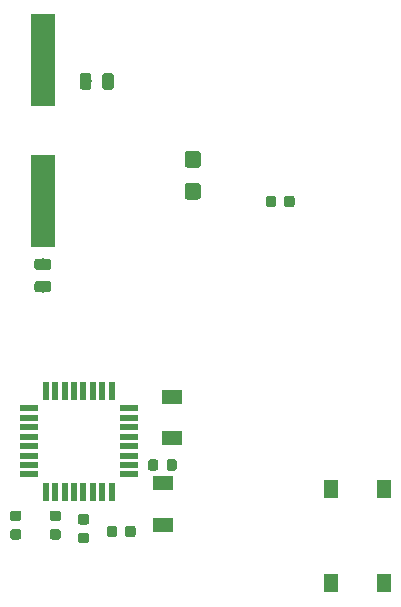
<source format=gbr>
G04 #@! TF.GenerationSoftware,KiCad,Pcbnew,(5.1.0)-1*
G04 #@! TF.CreationDate,2019-05-27T09:53:24+03:00*
G04 #@! TF.ProjectId,USB_RFID,5553425f-5246-4494-942e-6b696361645f,rev?*
G04 #@! TF.SameCoordinates,Original*
G04 #@! TF.FileFunction,Paste,Top*
G04 #@! TF.FilePolarity,Positive*
%FSLAX46Y46*%
G04 Gerber Fmt 4.6, Leading zero omitted, Abs format (unit mm)*
G04 Created by KiCad (PCBNEW (5.1.0)-1) date 2019-05-27 09:53:24*
%MOMM*%
%LPD*%
G04 APERTURE LIST*
%ADD10C,0.100000*%
%ADD11C,1.350000*%
%ADD12C,0.975000*%
%ADD13R,1.700000X1.300000*%
%ADD14C,0.875000*%
%ADD15R,1.600000X0.550000*%
%ADD16R,0.550000X1.600000*%
%ADD17R,2.000000X7.875000*%
%ADD18R,1.300000X1.550000*%
G04 APERTURE END LIST*
D10*
G36*
X31183505Y-54579204D02*
G01*
X31207773Y-54582804D01*
X31231572Y-54588765D01*
X31254671Y-54597030D01*
X31276850Y-54607520D01*
X31297893Y-54620132D01*
X31317599Y-54634747D01*
X31335777Y-54651223D01*
X31352253Y-54669401D01*
X31366868Y-54689107D01*
X31379480Y-54710150D01*
X31389970Y-54732329D01*
X31398235Y-54755428D01*
X31404196Y-54779227D01*
X31407796Y-54803495D01*
X31409000Y-54827999D01*
X31409000Y-55728001D01*
X31407796Y-55752505D01*
X31404196Y-55776773D01*
X31398235Y-55800572D01*
X31389970Y-55823671D01*
X31379480Y-55845850D01*
X31366868Y-55866893D01*
X31352253Y-55886599D01*
X31335777Y-55904777D01*
X31317599Y-55921253D01*
X31297893Y-55935868D01*
X31276850Y-55948480D01*
X31254671Y-55958970D01*
X31231572Y-55967235D01*
X31207773Y-55973196D01*
X31183505Y-55976796D01*
X31159001Y-55978000D01*
X30308999Y-55978000D01*
X30284495Y-55976796D01*
X30260227Y-55973196D01*
X30236428Y-55967235D01*
X30213329Y-55958970D01*
X30191150Y-55948480D01*
X30170107Y-55935868D01*
X30150401Y-55921253D01*
X30132223Y-55904777D01*
X30115747Y-55886599D01*
X30101132Y-55866893D01*
X30088520Y-55845850D01*
X30078030Y-55823671D01*
X30069765Y-55800572D01*
X30063804Y-55776773D01*
X30060204Y-55752505D01*
X30059000Y-55728001D01*
X30059000Y-54827999D01*
X30060204Y-54803495D01*
X30063804Y-54779227D01*
X30069765Y-54755428D01*
X30078030Y-54732329D01*
X30088520Y-54710150D01*
X30101132Y-54689107D01*
X30115747Y-54669401D01*
X30132223Y-54651223D01*
X30150401Y-54634747D01*
X30170107Y-54620132D01*
X30191150Y-54607520D01*
X30213329Y-54597030D01*
X30236428Y-54588765D01*
X30260227Y-54582804D01*
X30284495Y-54579204D01*
X30308999Y-54578000D01*
X31159001Y-54578000D01*
X31183505Y-54579204D01*
X31183505Y-54579204D01*
G37*
D11*
X30734000Y-55278000D03*
D10*
G36*
X31183505Y-51879204D02*
G01*
X31207773Y-51882804D01*
X31231572Y-51888765D01*
X31254671Y-51897030D01*
X31276850Y-51907520D01*
X31297893Y-51920132D01*
X31317599Y-51934747D01*
X31335777Y-51951223D01*
X31352253Y-51969401D01*
X31366868Y-51989107D01*
X31379480Y-52010150D01*
X31389970Y-52032329D01*
X31398235Y-52055428D01*
X31404196Y-52079227D01*
X31407796Y-52103495D01*
X31409000Y-52127999D01*
X31409000Y-53028001D01*
X31407796Y-53052505D01*
X31404196Y-53076773D01*
X31398235Y-53100572D01*
X31389970Y-53123671D01*
X31379480Y-53145850D01*
X31366868Y-53166893D01*
X31352253Y-53186599D01*
X31335777Y-53204777D01*
X31317599Y-53221253D01*
X31297893Y-53235868D01*
X31276850Y-53248480D01*
X31254671Y-53258970D01*
X31231572Y-53267235D01*
X31207773Y-53273196D01*
X31183505Y-53276796D01*
X31159001Y-53278000D01*
X30308999Y-53278000D01*
X30284495Y-53276796D01*
X30260227Y-53273196D01*
X30236428Y-53267235D01*
X30213329Y-53258970D01*
X30191150Y-53248480D01*
X30170107Y-53235868D01*
X30150401Y-53221253D01*
X30132223Y-53204777D01*
X30115747Y-53186599D01*
X30101132Y-53166893D01*
X30088520Y-53145850D01*
X30078030Y-53123671D01*
X30069765Y-53100572D01*
X30063804Y-53076773D01*
X30060204Y-53052505D01*
X30059000Y-53028001D01*
X30059000Y-52127999D01*
X30060204Y-52103495D01*
X30063804Y-52079227D01*
X30069765Y-52055428D01*
X30078030Y-52032329D01*
X30088520Y-52010150D01*
X30101132Y-51989107D01*
X30115747Y-51969401D01*
X30132223Y-51951223D01*
X30150401Y-51934747D01*
X30170107Y-51920132D01*
X30191150Y-51907520D01*
X30213329Y-51897030D01*
X30236428Y-51888765D01*
X30260227Y-51882804D01*
X30284495Y-51879204D01*
X30308999Y-51878000D01*
X31159001Y-51878000D01*
X31183505Y-51879204D01*
X31183505Y-51879204D01*
G37*
D11*
X30734000Y-52578000D03*
D10*
G36*
X18514142Y-60981674D02*
G01*
X18537803Y-60985184D01*
X18561007Y-60990996D01*
X18583529Y-60999054D01*
X18605153Y-61009282D01*
X18625670Y-61021579D01*
X18644883Y-61035829D01*
X18662607Y-61051893D01*
X18678671Y-61069617D01*
X18692921Y-61088830D01*
X18705218Y-61109347D01*
X18715446Y-61130971D01*
X18723504Y-61153493D01*
X18729316Y-61176697D01*
X18732826Y-61200358D01*
X18734000Y-61224250D01*
X18734000Y-61711750D01*
X18732826Y-61735642D01*
X18729316Y-61759303D01*
X18723504Y-61782507D01*
X18715446Y-61805029D01*
X18705218Y-61826653D01*
X18692921Y-61847170D01*
X18678671Y-61866383D01*
X18662607Y-61884107D01*
X18644883Y-61900171D01*
X18625670Y-61914421D01*
X18605153Y-61926718D01*
X18583529Y-61936946D01*
X18561007Y-61945004D01*
X18537803Y-61950816D01*
X18514142Y-61954326D01*
X18490250Y-61955500D01*
X17577750Y-61955500D01*
X17553858Y-61954326D01*
X17530197Y-61950816D01*
X17506993Y-61945004D01*
X17484471Y-61936946D01*
X17462847Y-61926718D01*
X17442330Y-61914421D01*
X17423117Y-61900171D01*
X17405393Y-61884107D01*
X17389329Y-61866383D01*
X17375079Y-61847170D01*
X17362782Y-61826653D01*
X17352554Y-61805029D01*
X17344496Y-61782507D01*
X17338684Y-61759303D01*
X17335174Y-61735642D01*
X17334000Y-61711750D01*
X17334000Y-61224250D01*
X17335174Y-61200358D01*
X17338684Y-61176697D01*
X17344496Y-61153493D01*
X17352554Y-61130971D01*
X17362782Y-61109347D01*
X17375079Y-61088830D01*
X17389329Y-61069617D01*
X17405393Y-61051893D01*
X17423117Y-61035829D01*
X17442330Y-61021579D01*
X17462847Y-61009282D01*
X17484471Y-60999054D01*
X17506993Y-60990996D01*
X17530197Y-60985184D01*
X17553858Y-60981674D01*
X17577750Y-60980500D01*
X18490250Y-60980500D01*
X18514142Y-60981674D01*
X18514142Y-60981674D01*
G37*
D12*
X18034000Y-61468000D03*
D10*
G36*
X18514142Y-62856674D02*
G01*
X18537803Y-62860184D01*
X18561007Y-62865996D01*
X18583529Y-62874054D01*
X18605153Y-62884282D01*
X18625670Y-62896579D01*
X18644883Y-62910829D01*
X18662607Y-62926893D01*
X18678671Y-62944617D01*
X18692921Y-62963830D01*
X18705218Y-62984347D01*
X18715446Y-63005971D01*
X18723504Y-63028493D01*
X18729316Y-63051697D01*
X18732826Y-63075358D01*
X18734000Y-63099250D01*
X18734000Y-63586750D01*
X18732826Y-63610642D01*
X18729316Y-63634303D01*
X18723504Y-63657507D01*
X18715446Y-63680029D01*
X18705218Y-63701653D01*
X18692921Y-63722170D01*
X18678671Y-63741383D01*
X18662607Y-63759107D01*
X18644883Y-63775171D01*
X18625670Y-63789421D01*
X18605153Y-63801718D01*
X18583529Y-63811946D01*
X18561007Y-63820004D01*
X18537803Y-63825816D01*
X18514142Y-63829326D01*
X18490250Y-63830500D01*
X17577750Y-63830500D01*
X17553858Y-63829326D01*
X17530197Y-63825816D01*
X17506993Y-63820004D01*
X17484471Y-63811946D01*
X17462847Y-63801718D01*
X17442330Y-63789421D01*
X17423117Y-63775171D01*
X17405393Y-63759107D01*
X17389329Y-63741383D01*
X17375079Y-63722170D01*
X17362782Y-63701653D01*
X17352554Y-63680029D01*
X17344496Y-63657507D01*
X17338684Y-63634303D01*
X17335174Y-63610642D01*
X17334000Y-63586750D01*
X17334000Y-63099250D01*
X17335174Y-63075358D01*
X17338684Y-63051697D01*
X17344496Y-63028493D01*
X17352554Y-63005971D01*
X17362782Y-62984347D01*
X17375079Y-62963830D01*
X17389329Y-62944617D01*
X17405393Y-62926893D01*
X17423117Y-62910829D01*
X17442330Y-62896579D01*
X17462847Y-62884282D01*
X17484471Y-62874054D01*
X17506993Y-62865996D01*
X17530197Y-62860184D01*
X17553858Y-62856674D01*
X17577750Y-62855500D01*
X18490250Y-62855500D01*
X18514142Y-62856674D01*
X18514142Y-62856674D01*
G37*
D12*
X18034000Y-63343000D03*
D10*
G36*
X21936142Y-45275174D02*
G01*
X21959803Y-45278684D01*
X21983007Y-45284496D01*
X22005529Y-45292554D01*
X22027153Y-45302782D01*
X22047670Y-45315079D01*
X22066883Y-45329329D01*
X22084607Y-45345393D01*
X22100671Y-45363117D01*
X22114921Y-45382330D01*
X22127218Y-45402847D01*
X22137446Y-45424471D01*
X22145504Y-45446993D01*
X22151316Y-45470197D01*
X22154826Y-45493858D01*
X22156000Y-45517750D01*
X22156000Y-46430250D01*
X22154826Y-46454142D01*
X22151316Y-46477803D01*
X22145504Y-46501007D01*
X22137446Y-46523529D01*
X22127218Y-46545153D01*
X22114921Y-46565670D01*
X22100671Y-46584883D01*
X22084607Y-46602607D01*
X22066883Y-46618671D01*
X22047670Y-46632921D01*
X22027153Y-46645218D01*
X22005529Y-46655446D01*
X21983007Y-46663504D01*
X21959803Y-46669316D01*
X21936142Y-46672826D01*
X21912250Y-46674000D01*
X21424750Y-46674000D01*
X21400858Y-46672826D01*
X21377197Y-46669316D01*
X21353993Y-46663504D01*
X21331471Y-46655446D01*
X21309847Y-46645218D01*
X21289330Y-46632921D01*
X21270117Y-46618671D01*
X21252393Y-46602607D01*
X21236329Y-46584883D01*
X21222079Y-46565670D01*
X21209782Y-46545153D01*
X21199554Y-46523529D01*
X21191496Y-46501007D01*
X21185684Y-46477803D01*
X21182174Y-46454142D01*
X21181000Y-46430250D01*
X21181000Y-45517750D01*
X21182174Y-45493858D01*
X21185684Y-45470197D01*
X21191496Y-45446993D01*
X21199554Y-45424471D01*
X21209782Y-45402847D01*
X21222079Y-45382330D01*
X21236329Y-45363117D01*
X21252393Y-45345393D01*
X21270117Y-45329329D01*
X21289330Y-45315079D01*
X21309847Y-45302782D01*
X21331471Y-45292554D01*
X21353993Y-45284496D01*
X21377197Y-45278684D01*
X21400858Y-45275174D01*
X21424750Y-45274000D01*
X21912250Y-45274000D01*
X21936142Y-45275174D01*
X21936142Y-45275174D01*
G37*
D12*
X21668500Y-45974000D03*
D10*
G36*
X23811142Y-45275174D02*
G01*
X23834803Y-45278684D01*
X23858007Y-45284496D01*
X23880529Y-45292554D01*
X23902153Y-45302782D01*
X23922670Y-45315079D01*
X23941883Y-45329329D01*
X23959607Y-45345393D01*
X23975671Y-45363117D01*
X23989921Y-45382330D01*
X24002218Y-45402847D01*
X24012446Y-45424471D01*
X24020504Y-45446993D01*
X24026316Y-45470197D01*
X24029826Y-45493858D01*
X24031000Y-45517750D01*
X24031000Y-46430250D01*
X24029826Y-46454142D01*
X24026316Y-46477803D01*
X24020504Y-46501007D01*
X24012446Y-46523529D01*
X24002218Y-46545153D01*
X23989921Y-46565670D01*
X23975671Y-46584883D01*
X23959607Y-46602607D01*
X23941883Y-46618671D01*
X23922670Y-46632921D01*
X23902153Y-46645218D01*
X23880529Y-46655446D01*
X23858007Y-46663504D01*
X23834803Y-46669316D01*
X23811142Y-46672826D01*
X23787250Y-46674000D01*
X23299750Y-46674000D01*
X23275858Y-46672826D01*
X23252197Y-46669316D01*
X23228993Y-46663504D01*
X23206471Y-46655446D01*
X23184847Y-46645218D01*
X23164330Y-46632921D01*
X23145117Y-46618671D01*
X23127393Y-46602607D01*
X23111329Y-46584883D01*
X23097079Y-46565670D01*
X23084782Y-46545153D01*
X23074554Y-46523529D01*
X23066496Y-46501007D01*
X23060684Y-46477803D01*
X23057174Y-46454142D01*
X23056000Y-46430250D01*
X23056000Y-45517750D01*
X23057174Y-45493858D01*
X23060684Y-45470197D01*
X23066496Y-45446993D01*
X23074554Y-45424471D01*
X23084782Y-45402847D01*
X23097079Y-45382330D01*
X23111329Y-45363117D01*
X23127393Y-45345393D01*
X23145117Y-45329329D01*
X23164330Y-45315079D01*
X23184847Y-45302782D01*
X23206471Y-45292554D01*
X23228993Y-45284496D01*
X23252197Y-45278684D01*
X23275858Y-45275174D01*
X23299750Y-45274000D01*
X23787250Y-45274000D01*
X23811142Y-45275174D01*
X23811142Y-45275174D01*
G37*
D12*
X23543500Y-45974000D03*
D13*
X28956000Y-76172000D03*
X28956000Y-72672000D03*
X28194000Y-80010000D03*
X28194000Y-83510000D03*
D10*
G36*
X21759691Y-84196553D02*
G01*
X21780926Y-84199703D01*
X21801750Y-84204919D01*
X21821962Y-84212151D01*
X21841368Y-84221330D01*
X21859781Y-84232366D01*
X21877024Y-84245154D01*
X21892930Y-84259570D01*
X21907346Y-84275476D01*
X21920134Y-84292719D01*
X21931170Y-84311132D01*
X21940349Y-84330538D01*
X21947581Y-84350750D01*
X21952797Y-84371574D01*
X21955947Y-84392809D01*
X21957000Y-84414250D01*
X21957000Y-84851750D01*
X21955947Y-84873191D01*
X21952797Y-84894426D01*
X21947581Y-84915250D01*
X21940349Y-84935462D01*
X21931170Y-84954868D01*
X21920134Y-84973281D01*
X21907346Y-84990524D01*
X21892930Y-85006430D01*
X21877024Y-85020846D01*
X21859781Y-85033634D01*
X21841368Y-85044670D01*
X21821962Y-85053849D01*
X21801750Y-85061081D01*
X21780926Y-85066297D01*
X21759691Y-85069447D01*
X21738250Y-85070500D01*
X21225750Y-85070500D01*
X21204309Y-85069447D01*
X21183074Y-85066297D01*
X21162250Y-85061081D01*
X21142038Y-85053849D01*
X21122632Y-85044670D01*
X21104219Y-85033634D01*
X21086976Y-85020846D01*
X21071070Y-85006430D01*
X21056654Y-84990524D01*
X21043866Y-84973281D01*
X21032830Y-84954868D01*
X21023651Y-84935462D01*
X21016419Y-84915250D01*
X21011203Y-84894426D01*
X21008053Y-84873191D01*
X21007000Y-84851750D01*
X21007000Y-84414250D01*
X21008053Y-84392809D01*
X21011203Y-84371574D01*
X21016419Y-84350750D01*
X21023651Y-84330538D01*
X21032830Y-84311132D01*
X21043866Y-84292719D01*
X21056654Y-84275476D01*
X21071070Y-84259570D01*
X21086976Y-84245154D01*
X21104219Y-84232366D01*
X21122632Y-84221330D01*
X21142038Y-84212151D01*
X21162250Y-84204919D01*
X21183074Y-84199703D01*
X21204309Y-84196553D01*
X21225750Y-84195500D01*
X21738250Y-84195500D01*
X21759691Y-84196553D01*
X21759691Y-84196553D01*
G37*
D14*
X21482000Y-84633000D03*
D10*
G36*
X21759691Y-82621553D02*
G01*
X21780926Y-82624703D01*
X21801750Y-82629919D01*
X21821962Y-82637151D01*
X21841368Y-82646330D01*
X21859781Y-82657366D01*
X21877024Y-82670154D01*
X21892930Y-82684570D01*
X21907346Y-82700476D01*
X21920134Y-82717719D01*
X21931170Y-82736132D01*
X21940349Y-82755538D01*
X21947581Y-82775750D01*
X21952797Y-82796574D01*
X21955947Y-82817809D01*
X21957000Y-82839250D01*
X21957000Y-83276750D01*
X21955947Y-83298191D01*
X21952797Y-83319426D01*
X21947581Y-83340250D01*
X21940349Y-83360462D01*
X21931170Y-83379868D01*
X21920134Y-83398281D01*
X21907346Y-83415524D01*
X21892930Y-83431430D01*
X21877024Y-83445846D01*
X21859781Y-83458634D01*
X21841368Y-83469670D01*
X21821962Y-83478849D01*
X21801750Y-83486081D01*
X21780926Y-83491297D01*
X21759691Y-83494447D01*
X21738250Y-83495500D01*
X21225750Y-83495500D01*
X21204309Y-83494447D01*
X21183074Y-83491297D01*
X21162250Y-83486081D01*
X21142038Y-83478849D01*
X21122632Y-83469670D01*
X21104219Y-83458634D01*
X21086976Y-83445846D01*
X21071070Y-83431430D01*
X21056654Y-83415524D01*
X21043866Y-83398281D01*
X21032830Y-83379868D01*
X21023651Y-83360462D01*
X21016419Y-83340250D01*
X21011203Y-83319426D01*
X21008053Y-83298191D01*
X21007000Y-83276750D01*
X21007000Y-82839250D01*
X21008053Y-82817809D01*
X21011203Y-82796574D01*
X21016419Y-82775750D01*
X21023651Y-82755538D01*
X21032830Y-82736132D01*
X21043866Y-82717719D01*
X21056654Y-82700476D01*
X21071070Y-82684570D01*
X21086976Y-82670154D01*
X21104219Y-82657366D01*
X21122632Y-82646330D01*
X21142038Y-82637151D01*
X21162250Y-82629919D01*
X21183074Y-82624703D01*
X21204309Y-82621553D01*
X21225750Y-82620500D01*
X21738250Y-82620500D01*
X21759691Y-82621553D01*
X21759691Y-82621553D01*
G37*
D14*
X21482000Y-83058000D03*
D10*
G36*
X25691193Y-83600053D02*
G01*
X25712428Y-83603203D01*
X25733252Y-83608419D01*
X25753464Y-83615651D01*
X25772870Y-83624830D01*
X25791283Y-83635866D01*
X25808526Y-83648654D01*
X25824432Y-83663070D01*
X25838848Y-83678976D01*
X25851636Y-83696219D01*
X25862672Y-83714632D01*
X25871851Y-83734038D01*
X25879083Y-83754250D01*
X25884299Y-83775074D01*
X25887449Y-83796309D01*
X25888502Y-83817750D01*
X25888502Y-84330250D01*
X25887449Y-84351691D01*
X25884299Y-84372926D01*
X25879083Y-84393750D01*
X25871851Y-84413962D01*
X25862672Y-84433368D01*
X25851636Y-84451781D01*
X25838848Y-84469024D01*
X25824432Y-84484930D01*
X25808526Y-84499346D01*
X25791283Y-84512134D01*
X25772870Y-84523170D01*
X25753464Y-84532349D01*
X25733252Y-84539581D01*
X25712428Y-84544797D01*
X25691193Y-84547947D01*
X25669752Y-84549000D01*
X25232252Y-84549000D01*
X25210811Y-84547947D01*
X25189576Y-84544797D01*
X25168752Y-84539581D01*
X25148540Y-84532349D01*
X25129134Y-84523170D01*
X25110721Y-84512134D01*
X25093478Y-84499346D01*
X25077572Y-84484930D01*
X25063156Y-84469024D01*
X25050368Y-84451781D01*
X25039332Y-84433368D01*
X25030153Y-84413962D01*
X25022921Y-84393750D01*
X25017705Y-84372926D01*
X25014555Y-84351691D01*
X25013502Y-84330250D01*
X25013502Y-83817750D01*
X25014555Y-83796309D01*
X25017705Y-83775074D01*
X25022921Y-83754250D01*
X25030153Y-83734038D01*
X25039332Y-83714632D01*
X25050368Y-83696219D01*
X25063156Y-83678976D01*
X25077572Y-83663070D01*
X25093478Y-83648654D01*
X25110721Y-83635866D01*
X25129134Y-83624830D01*
X25148540Y-83615651D01*
X25168752Y-83608419D01*
X25189576Y-83603203D01*
X25210811Y-83600053D01*
X25232252Y-83599000D01*
X25669752Y-83599000D01*
X25691193Y-83600053D01*
X25691193Y-83600053D01*
G37*
D14*
X25451002Y-84074000D03*
D10*
G36*
X24116193Y-83600053D02*
G01*
X24137428Y-83603203D01*
X24158252Y-83608419D01*
X24178464Y-83615651D01*
X24197870Y-83624830D01*
X24216283Y-83635866D01*
X24233526Y-83648654D01*
X24249432Y-83663070D01*
X24263848Y-83678976D01*
X24276636Y-83696219D01*
X24287672Y-83714632D01*
X24296851Y-83734038D01*
X24304083Y-83754250D01*
X24309299Y-83775074D01*
X24312449Y-83796309D01*
X24313502Y-83817750D01*
X24313502Y-84330250D01*
X24312449Y-84351691D01*
X24309299Y-84372926D01*
X24304083Y-84393750D01*
X24296851Y-84413962D01*
X24287672Y-84433368D01*
X24276636Y-84451781D01*
X24263848Y-84469024D01*
X24249432Y-84484930D01*
X24233526Y-84499346D01*
X24216283Y-84512134D01*
X24197870Y-84523170D01*
X24178464Y-84532349D01*
X24158252Y-84539581D01*
X24137428Y-84544797D01*
X24116193Y-84547947D01*
X24094752Y-84549000D01*
X23657252Y-84549000D01*
X23635811Y-84547947D01*
X23614576Y-84544797D01*
X23593752Y-84539581D01*
X23573540Y-84532349D01*
X23554134Y-84523170D01*
X23535721Y-84512134D01*
X23518478Y-84499346D01*
X23502572Y-84484930D01*
X23488156Y-84469024D01*
X23475368Y-84451781D01*
X23464332Y-84433368D01*
X23455153Y-84413962D01*
X23447921Y-84393750D01*
X23442705Y-84372926D01*
X23439555Y-84351691D01*
X23438502Y-84330250D01*
X23438502Y-83817750D01*
X23439555Y-83796309D01*
X23442705Y-83775074D01*
X23447921Y-83754250D01*
X23455153Y-83734038D01*
X23464332Y-83714632D01*
X23475368Y-83696219D01*
X23488156Y-83678976D01*
X23502572Y-83663070D01*
X23518478Y-83648654D01*
X23535721Y-83635866D01*
X23554134Y-83624830D01*
X23573540Y-83615651D01*
X23593752Y-83608419D01*
X23614576Y-83603203D01*
X23635811Y-83600053D01*
X23657252Y-83599000D01*
X24094752Y-83599000D01*
X24116193Y-83600053D01*
X24116193Y-83600053D01*
G37*
D14*
X23876002Y-84074000D03*
D10*
G36*
X27621191Y-77980053D02*
G01*
X27642426Y-77983203D01*
X27663250Y-77988419D01*
X27683462Y-77995651D01*
X27702868Y-78004830D01*
X27721281Y-78015866D01*
X27738524Y-78028654D01*
X27754430Y-78043070D01*
X27768846Y-78058976D01*
X27781634Y-78076219D01*
X27792670Y-78094632D01*
X27801849Y-78114038D01*
X27809081Y-78134250D01*
X27814297Y-78155074D01*
X27817447Y-78176309D01*
X27818500Y-78197750D01*
X27818500Y-78710250D01*
X27817447Y-78731691D01*
X27814297Y-78752926D01*
X27809081Y-78773750D01*
X27801849Y-78793962D01*
X27792670Y-78813368D01*
X27781634Y-78831781D01*
X27768846Y-78849024D01*
X27754430Y-78864930D01*
X27738524Y-78879346D01*
X27721281Y-78892134D01*
X27702868Y-78903170D01*
X27683462Y-78912349D01*
X27663250Y-78919581D01*
X27642426Y-78924797D01*
X27621191Y-78927947D01*
X27599750Y-78929000D01*
X27162250Y-78929000D01*
X27140809Y-78927947D01*
X27119574Y-78924797D01*
X27098750Y-78919581D01*
X27078538Y-78912349D01*
X27059132Y-78903170D01*
X27040719Y-78892134D01*
X27023476Y-78879346D01*
X27007570Y-78864930D01*
X26993154Y-78849024D01*
X26980366Y-78831781D01*
X26969330Y-78813368D01*
X26960151Y-78793962D01*
X26952919Y-78773750D01*
X26947703Y-78752926D01*
X26944553Y-78731691D01*
X26943500Y-78710250D01*
X26943500Y-78197750D01*
X26944553Y-78176309D01*
X26947703Y-78155074D01*
X26952919Y-78134250D01*
X26960151Y-78114038D01*
X26969330Y-78094632D01*
X26980366Y-78076219D01*
X26993154Y-78058976D01*
X27007570Y-78043070D01*
X27023476Y-78028654D01*
X27040719Y-78015866D01*
X27059132Y-78004830D01*
X27078538Y-77995651D01*
X27098750Y-77988419D01*
X27119574Y-77983203D01*
X27140809Y-77980053D01*
X27162250Y-77979000D01*
X27599750Y-77979000D01*
X27621191Y-77980053D01*
X27621191Y-77980053D01*
G37*
D14*
X27381000Y-78454000D03*
D10*
G36*
X29196191Y-77980053D02*
G01*
X29217426Y-77983203D01*
X29238250Y-77988419D01*
X29258462Y-77995651D01*
X29277868Y-78004830D01*
X29296281Y-78015866D01*
X29313524Y-78028654D01*
X29329430Y-78043070D01*
X29343846Y-78058976D01*
X29356634Y-78076219D01*
X29367670Y-78094632D01*
X29376849Y-78114038D01*
X29384081Y-78134250D01*
X29389297Y-78155074D01*
X29392447Y-78176309D01*
X29393500Y-78197750D01*
X29393500Y-78710250D01*
X29392447Y-78731691D01*
X29389297Y-78752926D01*
X29384081Y-78773750D01*
X29376849Y-78793962D01*
X29367670Y-78813368D01*
X29356634Y-78831781D01*
X29343846Y-78849024D01*
X29329430Y-78864930D01*
X29313524Y-78879346D01*
X29296281Y-78892134D01*
X29277868Y-78903170D01*
X29258462Y-78912349D01*
X29238250Y-78919581D01*
X29217426Y-78924797D01*
X29196191Y-78927947D01*
X29174750Y-78929000D01*
X28737250Y-78929000D01*
X28715809Y-78927947D01*
X28694574Y-78924797D01*
X28673750Y-78919581D01*
X28653538Y-78912349D01*
X28634132Y-78903170D01*
X28615719Y-78892134D01*
X28598476Y-78879346D01*
X28582570Y-78864930D01*
X28568154Y-78849024D01*
X28555366Y-78831781D01*
X28544330Y-78813368D01*
X28535151Y-78793962D01*
X28527919Y-78773750D01*
X28522703Y-78752926D01*
X28519553Y-78731691D01*
X28518500Y-78710250D01*
X28518500Y-78197750D01*
X28519553Y-78176309D01*
X28522703Y-78155074D01*
X28527919Y-78134250D01*
X28535151Y-78114038D01*
X28544330Y-78094632D01*
X28555366Y-78076219D01*
X28568154Y-78058976D01*
X28582570Y-78043070D01*
X28598476Y-78028654D01*
X28615719Y-78015866D01*
X28634132Y-78004830D01*
X28653538Y-77995651D01*
X28673750Y-77988419D01*
X28694574Y-77983203D01*
X28715809Y-77980053D01*
X28737250Y-77979000D01*
X29174750Y-77979000D01*
X29196191Y-77980053D01*
X29196191Y-77980053D01*
G37*
D14*
X28956000Y-78454000D03*
D10*
G36*
X37578191Y-55660053D02*
G01*
X37599426Y-55663203D01*
X37620250Y-55668419D01*
X37640462Y-55675651D01*
X37659868Y-55684830D01*
X37678281Y-55695866D01*
X37695524Y-55708654D01*
X37711430Y-55723070D01*
X37725846Y-55738976D01*
X37738634Y-55756219D01*
X37749670Y-55774632D01*
X37758849Y-55794038D01*
X37766081Y-55814250D01*
X37771297Y-55835074D01*
X37774447Y-55856309D01*
X37775500Y-55877750D01*
X37775500Y-56390250D01*
X37774447Y-56411691D01*
X37771297Y-56432926D01*
X37766081Y-56453750D01*
X37758849Y-56473962D01*
X37749670Y-56493368D01*
X37738634Y-56511781D01*
X37725846Y-56529024D01*
X37711430Y-56544930D01*
X37695524Y-56559346D01*
X37678281Y-56572134D01*
X37659868Y-56583170D01*
X37640462Y-56592349D01*
X37620250Y-56599581D01*
X37599426Y-56604797D01*
X37578191Y-56607947D01*
X37556750Y-56609000D01*
X37119250Y-56609000D01*
X37097809Y-56607947D01*
X37076574Y-56604797D01*
X37055750Y-56599581D01*
X37035538Y-56592349D01*
X37016132Y-56583170D01*
X36997719Y-56572134D01*
X36980476Y-56559346D01*
X36964570Y-56544930D01*
X36950154Y-56529024D01*
X36937366Y-56511781D01*
X36926330Y-56493368D01*
X36917151Y-56473962D01*
X36909919Y-56453750D01*
X36904703Y-56432926D01*
X36901553Y-56411691D01*
X36900500Y-56390250D01*
X36900500Y-55877750D01*
X36901553Y-55856309D01*
X36904703Y-55835074D01*
X36909919Y-55814250D01*
X36917151Y-55794038D01*
X36926330Y-55774632D01*
X36937366Y-55756219D01*
X36950154Y-55738976D01*
X36964570Y-55723070D01*
X36980476Y-55708654D01*
X36997719Y-55695866D01*
X37016132Y-55684830D01*
X37035538Y-55675651D01*
X37055750Y-55668419D01*
X37076574Y-55663203D01*
X37097809Y-55660053D01*
X37119250Y-55659000D01*
X37556750Y-55659000D01*
X37578191Y-55660053D01*
X37578191Y-55660053D01*
G37*
D14*
X37338000Y-56134000D03*
D10*
G36*
X39153191Y-55660053D02*
G01*
X39174426Y-55663203D01*
X39195250Y-55668419D01*
X39215462Y-55675651D01*
X39234868Y-55684830D01*
X39253281Y-55695866D01*
X39270524Y-55708654D01*
X39286430Y-55723070D01*
X39300846Y-55738976D01*
X39313634Y-55756219D01*
X39324670Y-55774632D01*
X39333849Y-55794038D01*
X39341081Y-55814250D01*
X39346297Y-55835074D01*
X39349447Y-55856309D01*
X39350500Y-55877750D01*
X39350500Y-56390250D01*
X39349447Y-56411691D01*
X39346297Y-56432926D01*
X39341081Y-56453750D01*
X39333849Y-56473962D01*
X39324670Y-56493368D01*
X39313634Y-56511781D01*
X39300846Y-56529024D01*
X39286430Y-56544930D01*
X39270524Y-56559346D01*
X39253281Y-56572134D01*
X39234868Y-56583170D01*
X39215462Y-56592349D01*
X39195250Y-56599581D01*
X39174426Y-56604797D01*
X39153191Y-56607947D01*
X39131750Y-56609000D01*
X38694250Y-56609000D01*
X38672809Y-56607947D01*
X38651574Y-56604797D01*
X38630750Y-56599581D01*
X38610538Y-56592349D01*
X38591132Y-56583170D01*
X38572719Y-56572134D01*
X38555476Y-56559346D01*
X38539570Y-56544930D01*
X38525154Y-56529024D01*
X38512366Y-56511781D01*
X38501330Y-56493368D01*
X38492151Y-56473962D01*
X38484919Y-56453750D01*
X38479703Y-56432926D01*
X38476553Y-56411691D01*
X38475500Y-56390250D01*
X38475500Y-55877750D01*
X38476553Y-55856309D01*
X38479703Y-55835074D01*
X38484919Y-55814250D01*
X38492151Y-55794038D01*
X38501330Y-55774632D01*
X38512366Y-55756219D01*
X38525154Y-55738976D01*
X38539570Y-55723070D01*
X38555476Y-55708654D01*
X38572719Y-55695866D01*
X38591132Y-55684830D01*
X38610538Y-55675651D01*
X38630750Y-55668419D01*
X38651574Y-55663203D01*
X38672809Y-55660053D01*
X38694250Y-55659000D01*
X39131750Y-55659000D01*
X39153191Y-55660053D01*
X39153191Y-55660053D01*
G37*
D14*
X38913000Y-56134000D03*
D15*
X25332000Y-79254000D03*
X25332000Y-78454000D03*
X25332000Y-77654000D03*
X25332000Y-76854000D03*
X25332000Y-76054000D03*
X25332000Y-75254000D03*
X25332000Y-74454000D03*
X25332000Y-73654000D03*
D16*
X23882000Y-72204000D03*
X23082000Y-72204000D03*
X22282000Y-72204000D03*
X21482000Y-72204000D03*
X20682000Y-72204000D03*
X19882000Y-72204000D03*
X19082000Y-72204000D03*
X18282000Y-72204000D03*
D15*
X16832000Y-73654000D03*
X16832000Y-74454000D03*
X16832000Y-75254000D03*
X16832000Y-76054000D03*
X16832000Y-76854000D03*
X16832000Y-77654000D03*
X16832000Y-78454000D03*
X16832000Y-79254000D03*
D16*
X18282000Y-80704000D03*
X19082000Y-80704000D03*
X19882000Y-80704000D03*
X20682000Y-80704000D03*
X21482000Y-80704000D03*
X22282000Y-80704000D03*
X23082000Y-80704000D03*
X23882000Y-80704000D03*
D17*
X18034000Y-56071000D03*
X18034000Y-44196000D03*
D10*
G36*
X16025691Y-82316553D02*
G01*
X16046926Y-82319703D01*
X16067750Y-82324919D01*
X16087962Y-82332151D01*
X16107368Y-82341330D01*
X16125781Y-82352366D01*
X16143024Y-82365154D01*
X16158930Y-82379570D01*
X16173346Y-82395476D01*
X16186134Y-82412719D01*
X16197170Y-82431132D01*
X16206349Y-82450538D01*
X16213581Y-82470750D01*
X16218797Y-82491574D01*
X16221947Y-82512809D01*
X16223000Y-82534250D01*
X16223000Y-82971750D01*
X16221947Y-82993191D01*
X16218797Y-83014426D01*
X16213581Y-83035250D01*
X16206349Y-83055462D01*
X16197170Y-83074868D01*
X16186134Y-83093281D01*
X16173346Y-83110524D01*
X16158930Y-83126430D01*
X16143024Y-83140846D01*
X16125781Y-83153634D01*
X16107368Y-83164670D01*
X16087962Y-83173849D01*
X16067750Y-83181081D01*
X16046926Y-83186297D01*
X16025691Y-83189447D01*
X16004250Y-83190500D01*
X15491750Y-83190500D01*
X15470309Y-83189447D01*
X15449074Y-83186297D01*
X15428250Y-83181081D01*
X15408038Y-83173849D01*
X15388632Y-83164670D01*
X15370219Y-83153634D01*
X15352976Y-83140846D01*
X15337070Y-83126430D01*
X15322654Y-83110524D01*
X15309866Y-83093281D01*
X15298830Y-83074868D01*
X15289651Y-83055462D01*
X15282419Y-83035250D01*
X15277203Y-83014426D01*
X15274053Y-82993191D01*
X15273000Y-82971750D01*
X15273000Y-82534250D01*
X15274053Y-82512809D01*
X15277203Y-82491574D01*
X15282419Y-82470750D01*
X15289651Y-82450538D01*
X15298830Y-82431132D01*
X15309866Y-82412719D01*
X15322654Y-82395476D01*
X15337070Y-82379570D01*
X15352976Y-82365154D01*
X15370219Y-82352366D01*
X15388632Y-82341330D01*
X15408038Y-82332151D01*
X15428250Y-82324919D01*
X15449074Y-82319703D01*
X15470309Y-82316553D01*
X15491750Y-82315500D01*
X16004250Y-82315500D01*
X16025691Y-82316553D01*
X16025691Y-82316553D01*
G37*
D14*
X15748000Y-82753000D03*
D10*
G36*
X16025691Y-83891553D02*
G01*
X16046926Y-83894703D01*
X16067750Y-83899919D01*
X16087962Y-83907151D01*
X16107368Y-83916330D01*
X16125781Y-83927366D01*
X16143024Y-83940154D01*
X16158930Y-83954570D01*
X16173346Y-83970476D01*
X16186134Y-83987719D01*
X16197170Y-84006132D01*
X16206349Y-84025538D01*
X16213581Y-84045750D01*
X16218797Y-84066574D01*
X16221947Y-84087809D01*
X16223000Y-84109250D01*
X16223000Y-84546750D01*
X16221947Y-84568191D01*
X16218797Y-84589426D01*
X16213581Y-84610250D01*
X16206349Y-84630462D01*
X16197170Y-84649868D01*
X16186134Y-84668281D01*
X16173346Y-84685524D01*
X16158930Y-84701430D01*
X16143024Y-84715846D01*
X16125781Y-84728634D01*
X16107368Y-84739670D01*
X16087962Y-84748849D01*
X16067750Y-84756081D01*
X16046926Y-84761297D01*
X16025691Y-84764447D01*
X16004250Y-84765500D01*
X15491750Y-84765500D01*
X15470309Y-84764447D01*
X15449074Y-84761297D01*
X15428250Y-84756081D01*
X15408038Y-84748849D01*
X15388632Y-84739670D01*
X15370219Y-84728634D01*
X15352976Y-84715846D01*
X15337070Y-84701430D01*
X15322654Y-84685524D01*
X15309866Y-84668281D01*
X15298830Y-84649868D01*
X15289651Y-84630462D01*
X15282419Y-84610250D01*
X15277203Y-84589426D01*
X15274053Y-84568191D01*
X15273000Y-84546750D01*
X15273000Y-84109250D01*
X15274053Y-84087809D01*
X15277203Y-84066574D01*
X15282419Y-84045750D01*
X15289651Y-84025538D01*
X15298830Y-84006132D01*
X15309866Y-83987719D01*
X15322654Y-83970476D01*
X15337070Y-83954570D01*
X15352976Y-83940154D01*
X15370219Y-83927366D01*
X15388632Y-83916330D01*
X15408038Y-83907151D01*
X15428250Y-83899919D01*
X15449074Y-83894703D01*
X15470309Y-83891553D01*
X15491750Y-83890500D01*
X16004250Y-83890500D01*
X16025691Y-83891553D01*
X16025691Y-83891553D01*
G37*
D14*
X15748000Y-84328000D03*
D10*
G36*
X19359691Y-83891553D02*
G01*
X19380926Y-83894703D01*
X19401750Y-83899919D01*
X19421962Y-83907151D01*
X19441368Y-83916330D01*
X19459781Y-83927366D01*
X19477024Y-83940154D01*
X19492930Y-83954570D01*
X19507346Y-83970476D01*
X19520134Y-83987719D01*
X19531170Y-84006132D01*
X19540349Y-84025538D01*
X19547581Y-84045750D01*
X19552797Y-84066574D01*
X19555947Y-84087809D01*
X19557000Y-84109250D01*
X19557000Y-84546750D01*
X19555947Y-84568191D01*
X19552797Y-84589426D01*
X19547581Y-84610250D01*
X19540349Y-84630462D01*
X19531170Y-84649868D01*
X19520134Y-84668281D01*
X19507346Y-84685524D01*
X19492930Y-84701430D01*
X19477024Y-84715846D01*
X19459781Y-84728634D01*
X19441368Y-84739670D01*
X19421962Y-84748849D01*
X19401750Y-84756081D01*
X19380926Y-84761297D01*
X19359691Y-84764447D01*
X19338250Y-84765500D01*
X18825750Y-84765500D01*
X18804309Y-84764447D01*
X18783074Y-84761297D01*
X18762250Y-84756081D01*
X18742038Y-84748849D01*
X18722632Y-84739670D01*
X18704219Y-84728634D01*
X18686976Y-84715846D01*
X18671070Y-84701430D01*
X18656654Y-84685524D01*
X18643866Y-84668281D01*
X18632830Y-84649868D01*
X18623651Y-84630462D01*
X18616419Y-84610250D01*
X18611203Y-84589426D01*
X18608053Y-84568191D01*
X18607000Y-84546750D01*
X18607000Y-84109250D01*
X18608053Y-84087809D01*
X18611203Y-84066574D01*
X18616419Y-84045750D01*
X18623651Y-84025538D01*
X18632830Y-84006132D01*
X18643866Y-83987719D01*
X18656654Y-83970476D01*
X18671070Y-83954570D01*
X18686976Y-83940154D01*
X18704219Y-83927366D01*
X18722632Y-83916330D01*
X18742038Y-83907151D01*
X18762250Y-83899919D01*
X18783074Y-83894703D01*
X18804309Y-83891553D01*
X18825750Y-83890500D01*
X19338250Y-83890500D01*
X19359691Y-83891553D01*
X19359691Y-83891553D01*
G37*
D14*
X19082000Y-84328000D03*
D10*
G36*
X19359691Y-82316553D02*
G01*
X19380926Y-82319703D01*
X19401750Y-82324919D01*
X19421962Y-82332151D01*
X19441368Y-82341330D01*
X19459781Y-82352366D01*
X19477024Y-82365154D01*
X19492930Y-82379570D01*
X19507346Y-82395476D01*
X19520134Y-82412719D01*
X19531170Y-82431132D01*
X19540349Y-82450538D01*
X19547581Y-82470750D01*
X19552797Y-82491574D01*
X19555947Y-82512809D01*
X19557000Y-82534250D01*
X19557000Y-82971750D01*
X19555947Y-82993191D01*
X19552797Y-83014426D01*
X19547581Y-83035250D01*
X19540349Y-83055462D01*
X19531170Y-83074868D01*
X19520134Y-83093281D01*
X19507346Y-83110524D01*
X19492930Y-83126430D01*
X19477024Y-83140846D01*
X19459781Y-83153634D01*
X19441368Y-83164670D01*
X19421962Y-83173849D01*
X19401750Y-83181081D01*
X19380926Y-83186297D01*
X19359691Y-83189447D01*
X19338250Y-83190500D01*
X18825750Y-83190500D01*
X18804309Y-83189447D01*
X18783074Y-83186297D01*
X18762250Y-83181081D01*
X18742038Y-83173849D01*
X18722632Y-83164670D01*
X18704219Y-83153634D01*
X18686976Y-83140846D01*
X18671070Y-83126430D01*
X18656654Y-83110524D01*
X18643866Y-83093281D01*
X18632830Y-83074868D01*
X18623651Y-83055462D01*
X18616419Y-83035250D01*
X18611203Y-83014426D01*
X18608053Y-82993191D01*
X18607000Y-82971750D01*
X18607000Y-82534250D01*
X18608053Y-82512809D01*
X18611203Y-82491574D01*
X18616419Y-82470750D01*
X18623651Y-82450538D01*
X18632830Y-82431132D01*
X18643866Y-82412719D01*
X18656654Y-82395476D01*
X18671070Y-82379570D01*
X18686976Y-82365154D01*
X18704219Y-82352366D01*
X18722632Y-82341330D01*
X18742038Y-82332151D01*
X18762250Y-82324919D01*
X18783074Y-82319703D01*
X18804309Y-82316553D01*
X18825750Y-82315500D01*
X19338250Y-82315500D01*
X19359691Y-82316553D01*
X19359691Y-82316553D01*
G37*
D14*
X19082000Y-82753000D03*
D18*
X42418000Y-88478000D03*
X46918000Y-88478000D03*
X46918000Y-80518000D03*
X42418000Y-80518000D03*
M02*

</source>
